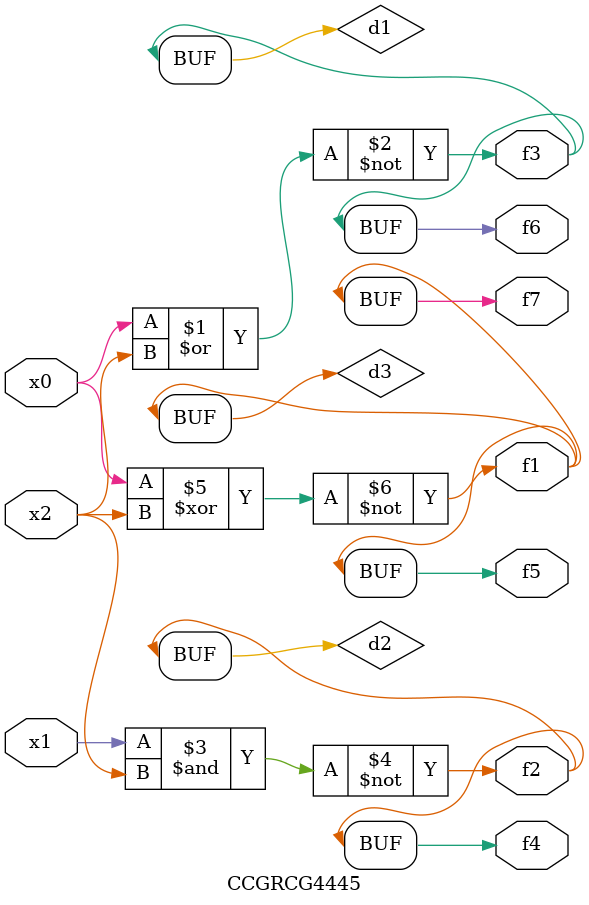
<source format=v>
module CCGRCG4445(
	input x0, x1, x2,
	output f1, f2, f3, f4, f5, f6, f7
);

	wire d1, d2, d3;

	nor (d1, x0, x2);
	nand (d2, x1, x2);
	xnor (d3, x0, x2);
	assign f1 = d3;
	assign f2 = d2;
	assign f3 = d1;
	assign f4 = d2;
	assign f5 = d3;
	assign f6 = d1;
	assign f7 = d3;
endmodule

</source>
